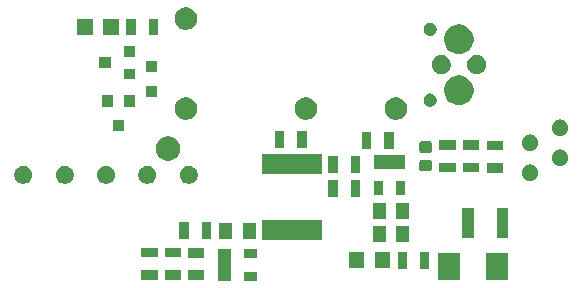
<source format=gts>
G04 #@! TF.GenerationSoftware,KiCad,Pcbnew,(5.1.4-0-10_14)*
G04 #@! TF.CreationDate,2020-01-14T22:25:27-05:00*
G04 #@! TF.ProjectId,IMD_LATCH,494d445f-4c41-4544-9348-2e6b69636164,1*
G04 #@! TF.SameCoordinates,Original*
G04 #@! TF.FileFunction,Soldermask,Top*
G04 #@! TF.FilePolarity,Negative*
%FSLAX46Y46*%
G04 Gerber Fmt 4.6, Leading zero omitted, Abs format (unit mm)*
G04 Created by KiCad (PCBNEW (5.1.4-0-10_14)) date 2020-01-14 22:25:27*
%MOMM*%
%LPD*%
G04 APERTURE LIST*
%ADD10C,0.100000*%
G04 APERTURE END LIST*
D10*
G36*
X137901200Y-131259700D02*
G01*
X136739200Y-131259700D01*
X136739200Y-130507700D01*
X137901200Y-130507700D01*
X137901200Y-131259700D01*
X137901200Y-131259700D01*
G37*
G36*
X135701200Y-131259700D02*
G01*
X134539200Y-131259700D01*
X134539200Y-128607700D01*
X135701200Y-128607700D01*
X135701200Y-131259700D01*
X135701200Y-131259700D01*
G37*
G36*
X159169300Y-131229300D02*
G01*
X157289300Y-131229300D01*
X157289300Y-128968300D01*
X159169300Y-128968300D01*
X159169300Y-131229300D01*
X159169300Y-131229300D01*
G37*
G36*
X155105300Y-131229300D02*
G01*
X153225300Y-131229300D01*
X153225300Y-128968300D01*
X155105300Y-128968300D01*
X155105300Y-131229300D01*
X155105300Y-131229300D01*
G37*
G36*
X133428700Y-131211000D02*
G01*
X132026700Y-131211000D01*
X132026700Y-130409000D01*
X133428700Y-130409000D01*
X133428700Y-131211000D01*
X133428700Y-131211000D01*
G37*
G36*
X131460200Y-131208500D02*
G01*
X130058200Y-131208500D01*
X130058200Y-130406500D01*
X131460200Y-130406500D01*
X131460200Y-131208500D01*
X131460200Y-131208500D01*
G37*
G36*
X129491700Y-131208500D02*
G01*
X128089700Y-131208500D01*
X128089700Y-130406500D01*
X129491700Y-130406500D01*
X129491700Y-131208500D01*
X129491700Y-131208500D01*
G37*
G36*
X152481000Y-130253700D02*
G01*
X151679000Y-130253700D01*
X151679000Y-128851700D01*
X152481000Y-128851700D01*
X152481000Y-130253700D01*
X152481000Y-130253700D01*
G37*
G36*
X150581000Y-130253700D02*
G01*
X149779000Y-130253700D01*
X149779000Y-128851700D01*
X150581000Y-128851700D01*
X150581000Y-130253700D01*
X150581000Y-130253700D01*
G37*
G36*
X149172600Y-130178300D02*
G01*
X147870600Y-130178300D01*
X147870600Y-128876300D01*
X149172600Y-128876300D01*
X149172600Y-130178300D01*
X149172600Y-130178300D01*
G37*
G36*
X146972600Y-130178300D02*
G01*
X145670600Y-130178300D01*
X145670600Y-128876300D01*
X146972600Y-128876300D01*
X146972600Y-130178300D01*
X146972600Y-130178300D01*
G37*
G36*
X137901200Y-129359700D02*
G01*
X136739200Y-129359700D01*
X136739200Y-128607700D01*
X137901200Y-128607700D01*
X137901200Y-129359700D01*
X137901200Y-129359700D01*
G37*
G36*
X133428700Y-129311000D02*
G01*
X132026700Y-129311000D01*
X132026700Y-128509000D01*
X133428700Y-128509000D01*
X133428700Y-129311000D01*
X133428700Y-129311000D01*
G37*
G36*
X131460200Y-129308500D02*
G01*
X130058200Y-129308500D01*
X130058200Y-128506500D01*
X131460200Y-128506500D01*
X131460200Y-129308500D01*
X131460200Y-129308500D01*
G37*
G36*
X129491700Y-129308500D02*
G01*
X128089700Y-129308500D01*
X128089700Y-128506500D01*
X129491700Y-128506500D01*
X129491700Y-129308500D01*
X129491700Y-129308500D01*
G37*
G36*
X148763300Y-127993500D02*
G01*
X147661300Y-127993500D01*
X147661300Y-126641500D01*
X148763300Y-126641500D01*
X148763300Y-127993500D01*
X148763300Y-127993500D01*
G37*
G36*
X150763300Y-127993500D02*
G01*
X149661300Y-127993500D01*
X149661300Y-126641500D01*
X150763300Y-126641500D01*
X150763300Y-127993500D01*
X150763300Y-127993500D01*
G37*
G36*
X143344000Y-127818900D02*
G01*
X138342000Y-127818900D01*
X138342000Y-126116900D01*
X143344000Y-126116900D01*
X143344000Y-127818900D01*
X143344000Y-127818900D01*
G37*
G36*
X132115200Y-127739100D02*
G01*
X131313200Y-127739100D01*
X131313200Y-126337100D01*
X132115200Y-126337100D01*
X132115200Y-127739100D01*
X132115200Y-127739100D01*
G37*
G36*
X134015200Y-127739100D02*
G01*
X133213200Y-127739100D01*
X133213200Y-126337100D01*
X134015200Y-126337100D01*
X134015200Y-127739100D01*
X134015200Y-127739100D01*
G37*
G36*
X135783900Y-127701400D02*
G01*
X134681900Y-127701400D01*
X134681900Y-126349400D01*
X135783900Y-126349400D01*
X135783900Y-127701400D01*
X135783900Y-127701400D01*
G37*
G36*
X137783900Y-127701400D02*
G01*
X136681900Y-127701400D01*
X136681900Y-126349400D01*
X137783900Y-126349400D01*
X137783900Y-127701400D01*
X137783900Y-127701400D01*
G37*
G36*
X159164300Y-127678700D02*
G01*
X158162300Y-127678700D01*
X158162300Y-125076700D01*
X159164300Y-125076700D01*
X159164300Y-127678700D01*
X159164300Y-127678700D01*
G37*
G36*
X156264300Y-127678700D02*
G01*
X155262300Y-127678700D01*
X155262300Y-125076700D01*
X156264300Y-125076700D01*
X156264300Y-127678700D01*
X156264300Y-127678700D01*
G37*
G36*
X148763300Y-126025000D02*
G01*
X147661300Y-126025000D01*
X147661300Y-124673000D01*
X148763300Y-124673000D01*
X148763300Y-126025000D01*
X148763300Y-126025000D01*
G37*
G36*
X150763300Y-126025000D02*
G01*
X149661300Y-126025000D01*
X149661300Y-124673000D01*
X150763300Y-124673000D01*
X150763300Y-126025000D01*
X150763300Y-126025000D01*
G37*
G36*
X144700900Y-124145000D02*
G01*
X143898900Y-124145000D01*
X143898900Y-122743000D01*
X144700900Y-122743000D01*
X144700900Y-124145000D01*
X144700900Y-124145000D01*
G37*
G36*
X146600900Y-124145000D02*
G01*
X145798900Y-124145000D01*
X145798900Y-122743000D01*
X146600900Y-122743000D01*
X146600900Y-124145000D01*
X146600900Y-124145000D01*
G37*
G36*
X148536700Y-123982000D02*
G01*
X147784700Y-123982000D01*
X147784700Y-122820000D01*
X148536700Y-122820000D01*
X148536700Y-123982000D01*
X148536700Y-123982000D01*
G37*
G36*
X150436700Y-123982000D02*
G01*
X149684700Y-123982000D01*
X149684700Y-122820000D01*
X150436700Y-122820000D01*
X150436700Y-123982000D01*
X150436700Y-123982000D01*
G37*
G36*
X125192025Y-121568299D02*
G01*
X125316221Y-121593002D01*
X125452622Y-121649501D01*
X125575379Y-121731525D01*
X125679775Y-121835921D01*
X125761799Y-121958678D01*
X125818298Y-122095079D01*
X125847100Y-122239881D01*
X125847100Y-122387519D01*
X125818298Y-122532321D01*
X125761799Y-122668722D01*
X125679775Y-122791479D01*
X125575379Y-122895875D01*
X125452622Y-122977899D01*
X125316221Y-123034398D01*
X125192025Y-123059101D01*
X125171420Y-123063200D01*
X125023780Y-123063200D01*
X125003175Y-123059101D01*
X124878979Y-123034398D01*
X124742578Y-122977899D01*
X124619821Y-122895875D01*
X124515425Y-122791479D01*
X124433401Y-122668722D01*
X124376902Y-122532321D01*
X124348100Y-122387519D01*
X124348100Y-122239881D01*
X124376902Y-122095079D01*
X124433401Y-121958678D01*
X124515425Y-121835921D01*
X124619821Y-121731525D01*
X124742578Y-121649501D01*
X124878979Y-121593002D01*
X125003175Y-121568299D01*
X125023780Y-121564200D01*
X125171420Y-121564200D01*
X125192025Y-121568299D01*
X125192025Y-121568299D01*
G37*
G36*
X132192025Y-121568299D02*
G01*
X132316221Y-121593002D01*
X132452622Y-121649501D01*
X132575379Y-121731525D01*
X132679775Y-121835921D01*
X132761799Y-121958678D01*
X132818298Y-122095079D01*
X132847100Y-122239881D01*
X132847100Y-122387519D01*
X132818298Y-122532321D01*
X132761799Y-122668722D01*
X132679775Y-122791479D01*
X132575379Y-122895875D01*
X132452622Y-122977899D01*
X132316221Y-123034398D01*
X132192025Y-123059101D01*
X132171420Y-123063200D01*
X132023780Y-123063200D01*
X132003175Y-123059101D01*
X131878979Y-123034398D01*
X131742578Y-122977899D01*
X131619821Y-122895875D01*
X131515425Y-122791479D01*
X131433401Y-122668722D01*
X131376902Y-122532321D01*
X131348100Y-122387519D01*
X131348100Y-122239881D01*
X131376902Y-122095079D01*
X131433401Y-121958678D01*
X131515425Y-121835921D01*
X131619821Y-121731525D01*
X131742578Y-121649501D01*
X131878979Y-121593002D01*
X132003175Y-121568299D01*
X132023780Y-121564200D01*
X132171420Y-121564200D01*
X132192025Y-121568299D01*
X132192025Y-121568299D01*
G37*
G36*
X118192025Y-121568299D02*
G01*
X118316221Y-121593002D01*
X118452622Y-121649501D01*
X118575379Y-121731525D01*
X118679775Y-121835921D01*
X118761799Y-121958678D01*
X118818298Y-122095079D01*
X118847100Y-122239881D01*
X118847100Y-122387519D01*
X118818298Y-122532321D01*
X118761799Y-122668722D01*
X118679775Y-122791479D01*
X118575379Y-122895875D01*
X118452622Y-122977899D01*
X118316221Y-123034398D01*
X118192025Y-123059101D01*
X118171420Y-123063200D01*
X118023780Y-123063200D01*
X118003175Y-123059101D01*
X117878979Y-123034398D01*
X117742578Y-122977899D01*
X117619821Y-122895875D01*
X117515425Y-122791479D01*
X117433401Y-122668722D01*
X117376902Y-122532321D01*
X117348100Y-122387519D01*
X117348100Y-122239881D01*
X117376902Y-122095079D01*
X117433401Y-121958678D01*
X117515425Y-121835921D01*
X117619821Y-121731525D01*
X117742578Y-121649501D01*
X117878979Y-121593002D01*
X118003175Y-121568299D01*
X118023780Y-121564200D01*
X118171420Y-121564200D01*
X118192025Y-121568299D01*
X118192025Y-121568299D01*
G37*
G36*
X121692025Y-121568299D02*
G01*
X121816221Y-121593002D01*
X121952622Y-121649501D01*
X122075379Y-121731525D01*
X122179775Y-121835921D01*
X122261799Y-121958678D01*
X122318298Y-122095079D01*
X122347100Y-122239881D01*
X122347100Y-122387519D01*
X122318298Y-122532321D01*
X122261799Y-122668722D01*
X122179775Y-122791479D01*
X122075379Y-122895875D01*
X121952622Y-122977899D01*
X121816221Y-123034398D01*
X121692025Y-123059101D01*
X121671420Y-123063200D01*
X121523780Y-123063200D01*
X121503175Y-123059101D01*
X121378979Y-123034398D01*
X121242578Y-122977899D01*
X121119821Y-122895875D01*
X121015425Y-122791479D01*
X120933401Y-122668722D01*
X120876902Y-122532321D01*
X120848100Y-122387519D01*
X120848100Y-122239881D01*
X120876902Y-122095079D01*
X120933401Y-121958678D01*
X121015425Y-121835921D01*
X121119821Y-121731525D01*
X121242578Y-121649501D01*
X121378979Y-121593002D01*
X121503175Y-121568299D01*
X121523780Y-121564200D01*
X121671420Y-121564200D01*
X121692025Y-121568299D01*
X121692025Y-121568299D01*
G37*
G36*
X128692025Y-121568299D02*
G01*
X128816221Y-121593002D01*
X128952622Y-121649501D01*
X129075379Y-121731525D01*
X129179775Y-121835921D01*
X129261799Y-121958678D01*
X129318298Y-122095079D01*
X129347100Y-122239881D01*
X129347100Y-122387519D01*
X129318298Y-122532321D01*
X129261799Y-122668722D01*
X129179775Y-122791479D01*
X129075379Y-122895875D01*
X128952622Y-122977899D01*
X128816221Y-123034398D01*
X128692025Y-123059101D01*
X128671420Y-123063200D01*
X128523780Y-123063200D01*
X128503175Y-123059101D01*
X128378979Y-123034398D01*
X128242578Y-122977899D01*
X128119821Y-122895875D01*
X128015425Y-122791479D01*
X127933401Y-122668722D01*
X127876902Y-122532321D01*
X127848100Y-122387519D01*
X127848100Y-122239881D01*
X127876902Y-122095079D01*
X127933401Y-121958678D01*
X128015425Y-121835921D01*
X128119821Y-121731525D01*
X128242578Y-121649501D01*
X128378979Y-121593002D01*
X128503175Y-121568299D01*
X128523780Y-121564200D01*
X128671420Y-121564200D01*
X128692025Y-121568299D01*
X128692025Y-121568299D01*
G37*
G36*
X161202373Y-121449138D02*
G01*
X161329949Y-121501982D01*
X161444759Y-121578695D01*
X161542405Y-121676341D01*
X161619118Y-121791151D01*
X161671962Y-121918727D01*
X161698900Y-122054156D01*
X161698900Y-122192244D01*
X161671962Y-122327673D01*
X161619118Y-122455249D01*
X161542405Y-122570059D01*
X161444759Y-122667705D01*
X161329949Y-122744418D01*
X161202373Y-122797262D01*
X161066944Y-122824200D01*
X160928856Y-122824200D01*
X160793427Y-122797262D01*
X160665851Y-122744418D01*
X160551041Y-122667705D01*
X160453395Y-122570059D01*
X160376682Y-122455249D01*
X160323838Y-122327673D01*
X160296900Y-122192244D01*
X160296900Y-122054156D01*
X160323838Y-121918727D01*
X160376682Y-121791151D01*
X160453395Y-121676341D01*
X160551041Y-121578695D01*
X160665851Y-121501982D01*
X160793427Y-121449138D01*
X160928856Y-121422200D01*
X161066944Y-121422200D01*
X161202373Y-121449138D01*
X161202373Y-121449138D01*
G37*
G36*
X143344000Y-122218900D02*
G01*
X138342000Y-122218900D01*
X138342000Y-120516900D01*
X143344000Y-120516900D01*
X143344000Y-122218900D01*
X143344000Y-122218900D01*
G37*
G36*
X146600900Y-122144750D02*
G01*
X145798900Y-122144750D01*
X145798900Y-120742750D01*
X146600900Y-120742750D01*
X146600900Y-122144750D01*
X146600900Y-122144750D01*
G37*
G36*
X144700900Y-122144750D02*
G01*
X143898900Y-122144750D01*
X143898900Y-120742750D01*
X144700900Y-120742750D01*
X144700900Y-122144750D01*
X144700900Y-122144750D01*
G37*
G36*
X158727100Y-122115300D02*
G01*
X157325100Y-122115300D01*
X157325100Y-121313300D01*
X158727100Y-121313300D01*
X158727100Y-122115300D01*
X158727100Y-122115300D01*
G37*
G36*
X156695100Y-122102600D02*
G01*
X155293100Y-122102600D01*
X155293100Y-121300600D01*
X156695100Y-121300600D01*
X156695100Y-122102600D01*
X156695100Y-122102600D01*
G37*
G36*
X154726600Y-122102600D02*
G01*
X153324600Y-122102600D01*
X153324600Y-121300600D01*
X154726600Y-121300600D01*
X154726600Y-122102600D01*
X154726600Y-122102600D01*
G37*
G36*
X152538291Y-121041885D02*
G01*
X152572269Y-121052193D01*
X152603590Y-121068934D01*
X152631039Y-121091461D01*
X152653566Y-121118910D01*
X152670307Y-121150231D01*
X152680615Y-121184209D01*
X152684700Y-121225690D01*
X152684700Y-121826910D01*
X152680615Y-121868391D01*
X152670307Y-121902369D01*
X152653566Y-121933690D01*
X152631039Y-121961139D01*
X152603590Y-121983666D01*
X152572269Y-122000407D01*
X152538291Y-122010715D01*
X152496810Y-122014800D01*
X151820590Y-122014800D01*
X151779109Y-122010715D01*
X151745131Y-122000407D01*
X151713810Y-121983666D01*
X151686361Y-121961139D01*
X151663834Y-121933690D01*
X151647093Y-121902369D01*
X151636785Y-121868391D01*
X151632700Y-121826910D01*
X151632700Y-121225690D01*
X151636785Y-121184209D01*
X151647093Y-121150231D01*
X151663834Y-121118910D01*
X151686361Y-121091461D01*
X151713810Y-121068934D01*
X151745131Y-121052193D01*
X151779109Y-121041885D01*
X151820590Y-121037800D01*
X152496810Y-121037800D01*
X152538291Y-121041885D01*
X152538291Y-121041885D01*
G37*
G36*
X150436700Y-121782000D02*
G01*
X147784700Y-121782000D01*
X147784700Y-120620000D01*
X150436700Y-120620000D01*
X150436700Y-121782000D01*
X150436700Y-121782000D01*
G37*
G36*
X163742373Y-120179138D02*
G01*
X163869949Y-120231982D01*
X163984759Y-120308695D01*
X164082405Y-120406341D01*
X164159118Y-120521151D01*
X164211962Y-120648727D01*
X164238900Y-120784156D01*
X164238900Y-120922244D01*
X164211962Y-121057673D01*
X164159118Y-121185249D01*
X164082405Y-121300059D01*
X163984759Y-121397705D01*
X163869949Y-121474418D01*
X163742373Y-121527262D01*
X163606944Y-121554200D01*
X163468856Y-121554200D01*
X163333427Y-121527262D01*
X163205851Y-121474418D01*
X163091041Y-121397705D01*
X162993395Y-121300059D01*
X162916682Y-121185249D01*
X162863838Y-121057673D01*
X162836900Y-120922244D01*
X162836900Y-120784156D01*
X162863838Y-120648727D01*
X162916682Y-120521151D01*
X162993395Y-120406341D01*
X163091041Y-120308695D01*
X163205851Y-120231982D01*
X163333427Y-120179138D01*
X163468856Y-120152200D01*
X163606944Y-120152200D01*
X163742373Y-120179138D01*
X163742373Y-120179138D01*
G37*
G36*
X130651393Y-119082224D02*
G01*
X130840933Y-119160734D01*
X130840935Y-119160735D01*
X131011517Y-119274714D01*
X131156586Y-119419783D01*
X131233130Y-119534339D01*
X131270566Y-119590367D01*
X131349076Y-119779907D01*
X131389100Y-119981120D01*
X131389100Y-120186280D01*
X131349076Y-120387493D01*
X131270566Y-120577033D01*
X131270565Y-120577035D01*
X131156586Y-120747617D01*
X131011517Y-120892686D01*
X130840935Y-121006665D01*
X130840934Y-121006666D01*
X130840933Y-121006666D01*
X130651393Y-121085176D01*
X130450180Y-121125200D01*
X130245020Y-121125200D01*
X130043807Y-121085176D01*
X129854267Y-121006666D01*
X129854266Y-121006666D01*
X129854265Y-121006665D01*
X129683683Y-120892686D01*
X129538614Y-120747617D01*
X129424635Y-120577035D01*
X129424634Y-120577033D01*
X129346124Y-120387493D01*
X129306100Y-120186280D01*
X129306100Y-119981120D01*
X129346124Y-119779907D01*
X129424634Y-119590367D01*
X129462071Y-119534339D01*
X129538614Y-119419783D01*
X129683683Y-119274714D01*
X129854265Y-119160735D01*
X129854267Y-119160734D01*
X130043807Y-119082224D01*
X130245020Y-119042200D01*
X130450180Y-119042200D01*
X130651393Y-119082224D01*
X130651393Y-119082224D01*
G37*
G36*
X152538291Y-119466885D02*
G01*
X152572269Y-119477193D01*
X152603590Y-119493934D01*
X152631039Y-119516461D01*
X152653566Y-119543910D01*
X152670307Y-119575231D01*
X152680615Y-119609209D01*
X152684700Y-119650690D01*
X152684700Y-120251910D01*
X152680615Y-120293391D01*
X152670307Y-120327369D01*
X152653566Y-120358690D01*
X152631039Y-120386139D01*
X152603590Y-120408666D01*
X152572269Y-120425407D01*
X152538291Y-120435715D01*
X152496810Y-120439800D01*
X151820590Y-120439800D01*
X151779109Y-120435715D01*
X151745131Y-120425407D01*
X151713810Y-120408666D01*
X151686361Y-120386139D01*
X151663834Y-120358690D01*
X151647093Y-120327369D01*
X151636785Y-120293391D01*
X151632700Y-120251910D01*
X151632700Y-119650690D01*
X151636785Y-119609209D01*
X151647093Y-119575231D01*
X151663834Y-119543910D01*
X151686361Y-119516461D01*
X151713810Y-119493934D01*
X151745131Y-119477193D01*
X151779109Y-119466885D01*
X151820590Y-119462800D01*
X152496810Y-119462800D01*
X152538291Y-119466885D01*
X152538291Y-119466885D01*
G37*
G36*
X161202373Y-118909138D02*
G01*
X161329949Y-118961982D01*
X161444759Y-119038695D01*
X161542405Y-119136341D01*
X161619118Y-119251151D01*
X161671962Y-119378727D01*
X161698900Y-119514156D01*
X161698900Y-119652244D01*
X161671962Y-119787673D01*
X161619118Y-119915249D01*
X161542405Y-120030059D01*
X161444759Y-120127705D01*
X161329949Y-120204418D01*
X161202373Y-120257262D01*
X161066944Y-120284200D01*
X160928856Y-120284200D01*
X160793427Y-120257262D01*
X160665851Y-120204418D01*
X160551041Y-120127705D01*
X160453395Y-120030059D01*
X160376682Y-119915249D01*
X160323838Y-119787673D01*
X160296900Y-119652244D01*
X160296900Y-119514156D01*
X160323838Y-119378727D01*
X160376682Y-119251151D01*
X160453395Y-119136341D01*
X160551041Y-119038695D01*
X160665851Y-118961982D01*
X160793427Y-118909138D01*
X160928856Y-118882200D01*
X161066944Y-118882200D01*
X161202373Y-118909138D01*
X161202373Y-118909138D01*
G37*
G36*
X158727100Y-120215300D02*
G01*
X157325100Y-120215300D01*
X157325100Y-119413300D01*
X158727100Y-119413300D01*
X158727100Y-120215300D01*
X158727100Y-120215300D01*
G37*
G36*
X156695100Y-120202600D02*
G01*
X155293100Y-120202600D01*
X155293100Y-119400600D01*
X156695100Y-119400600D01*
X156695100Y-120202600D01*
X156695100Y-120202600D01*
G37*
G36*
X154726600Y-120202600D02*
G01*
X153324600Y-120202600D01*
X153324600Y-119400600D01*
X154726600Y-119400600D01*
X154726600Y-120202600D01*
X154726600Y-120202600D01*
G37*
G36*
X147545700Y-120081000D02*
G01*
X146743700Y-120081000D01*
X146743700Y-118679000D01*
X147545700Y-118679000D01*
X147545700Y-120081000D01*
X147545700Y-120081000D01*
G37*
G36*
X149445700Y-120081000D02*
G01*
X148643700Y-120081000D01*
X148643700Y-118679000D01*
X149445700Y-118679000D01*
X149445700Y-120081000D01*
X149445700Y-120081000D01*
G37*
G36*
X142092400Y-120030200D02*
G01*
X141290400Y-120030200D01*
X141290400Y-118628200D01*
X142092400Y-118628200D01*
X142092400Y-120030200D01*
X142092400Y-120030200D01*
G37*
G36*
X140192400Y-120030200D02*
G01*
X139390400Y-120030200D01*
X139390400Y-118628200D01*
X140192400Y-118628200D01*
X140192400Y-120030200D01*
X140192400Y-120030200D01*
G37*
G36*
X163742373Y-117639138D02*
G01*
X163869949Y-117691982D01*
X163984759Y-117768695D01*
X164082405Y-117866341D01*
X164159118Y-117981151D01*
X164211962Y-118108727D01*
X164238900Y-118244156D01*
X164238900Y-118382244D01*
X164211962Y-118517673D01*
X164159118Y-118645249D01*
X164082405Y-118760059D01*
X163984759Y-118857705D01*
X163869949Y-118934418D01*
X163742373Y-118987262D01*
X163606944Y-119014200D01*
X163468856Y-119014200D01*
X163333427Y-118987262D01*
X163205851Y-118934418D01*
X163091041Y-118857705D01*
X162993395Y-118760059D01*
X162916682Y-118645249D01*
X162863838Y-118517673D01*
X162836900Y-118382244D01*
X162836900Y-118244156D01*
X162863838Y-118108727D01*
X162916682Y-117981151D01*
X162993395Y-117866341D01*
X163091041Y-117768695D01*
X163205851Y-117691982D01*
X163333427Y-117639138D01*
X163468856Y-117612200D01*
X163606944Y-117612200D01*
X163742373Y-117639138D01*
X163742373Y-117639138D01*
G37*
G36*
X126600100Y-118632300D02*
G01*
X125698100Y-118632300D01*
X125698100Y-117630300D01*
X126600100Y-117630300D01*
X126600100Y-118632300D01*
X126600100Y-118632300D01*
G37*
G36*
X149908795Y-115785846D02*
G01*
X150081866Y-115857534D01*
X150081867Y-115857535D01*
X150237627Y-115961610D01*
X150370090Y-116094073D01*
X150370091Y-116094075D01*
X150474166Y-116249834D01*
X150545854Y-116422905D01*
X150582400Y-116606633D01*
X150582400Y-116793967D01*
X150545854Y-116977695D01*
X150474166Y-117150766D01*
X150474165Y-117150767D01*
X150370090Y-117306527D01*
X150237627Y-117438990D01*
X150159218Y-117491381D01*
X150081866Y-117543066D01*
X149908795Y-117614754D01*
X149725067Y-117651300D01*
X149537733Y-117651300D01*
X149354005Y-117614754D01*
X149180934Y-117543066D01*
X149103582Y-117491381D01*
X149025173Y-117438990D01*
X148892710Y-117306527D01*
X148788635Y-117150767D01*
X148788634Y-117150766D01*
X148716946Y-116977695D01*
X148680400Y-116793967D01*
X148680400Y-116606633D01*
X148716946Y-116422905D01*
X148788634Y-116249834D01*
X148892709Y-116094075D01*
X148892710Y-116094073D01*
X149025173Y-115961610D01*
X149180933Y-115857535D01*
X149180934Y-115857534D01*
X149354005Y-115785846D01*
X149537733Y-115749300D01*
X149725067Y-115749300D01*
X149908795Y-115785846D01*
X149908795Y-115785846D01*
G37*
G36*
X142288795Y-115785846D02*
G01*
X142461866Y-115857534D01*
X142461867Y-115857535D01*
X142617627Y-115961610D01*
X142750090Y-116094073D01*
X142750091Y-116094075D01*
X142854166Y-116249834D01*
X142925854Y-116422905D01*
X142962400Y-116606633D01*
X142962400Y-116793967D01*
X142925854Y-116977695D01*
X142854166Y-117150766D01*
X142854165Y-117150767D01*
X142750090Y-117306527D01*
X142617627Y-117438990D01*
X142539218Y-117491381D01*
X142461866Y-117543066D01*
X142288795Y-117614754D01*
X142105067Y-117651300D01*
X141917733Y-117651300D01*
X141734005Y-117614754D01*
X141560934Y-117543066D01*
X141483582Y-117491381D01*
X141405173Y-117438990D01*
X141272710Y-117306527D01*
X141168635Y-117150767D01*
X141168634Y-117150766D01*
X141096946Y-116977695D01*
X141060400Y-116793967D01*
X141060400Y-116606633D01*
X141096946Y-116422905D01*
X141168634Y-116249834D01*
X141272709Y-116094075D01*
X141272710Y-116094073D01*
X141405173Y-115961610D01*
X141560933Y-115857535D01*
X141560934Y-115857534D01*
X141734005Y-115785846D01*
X141917733Y-115749300D01*
X142105067Y-115749300D01*
X142288795Y-115785846D01*
X142288795Y-115785846D01*
G37*
G36*
X132128795Y-115785846D02*
G01*
X132301866Y-115857534D01*
X132301867Y-115857535D01*
X132457627Y-115961610D01*
X132590090Y-116094073D01*
X132590091Y-116094075D01*
X132694166Y-116249834D01*
X132765854Y-116422905D01*
X132802400Y-116606633D01*
X132802400Y-116793967D01*
X132765854Y-116977695D01*
X132694166Y-117150766D01*
X132694165Y-117150767D01*
X132590090Y-117306527D01*
X132457627Y-117438990D01*
X132379218Y-117491381D01*
X132301866Y-117543066D01*
X132128795Y-117614754D01*
X131945067Y-117651300D01*
X131757733Y-117651300D01*
X131574005Y-117614754D01*
X131400934Y-117543066D01*
X131323582Y-117491381D01*
X131245173Y-117438990D01*
X131112710Y-117306527D01*
X131008635Y-117150767D01*
X131008634Y-117150766D01*
X130936946Y-116977695D01*
X130900400Y-116793967D01*
X130900400Y-116606633D01*
X130936946Y-116422905D01*
X131008634Y-116249834D01*
X131112709Y-116094075D01*
X131112710Y-116094073D01*
X131245173Y-115961610D01*
X131400933Y-115857535D01*
X131400934Y-115857534D01*
X131574005Y-115785846D01*
X131757733Y-115749300D01*
X131945067Y-115749300D01*
X132128795Y-115785846D01*
X132128795Y-115785846D01*
G37*
G36*
X152702751Y-115438880D02*
G01*
X152753620Y-115459951D01*
X152804486Y-115481020D01*
X152896042Y-115542196D01*
X152973904Y-115620058D01*
X153035080Y-115711614D01*
X153044289Y-115733848D01*
X153077220Y-115813349D01*
X153098700Y-115921341D01*
X153098700Y-116031459D01*
X153077220Y-116139451D01*
X153056149Y-116190320D01*
X153035080Y-116241186D01*
X152973904Y-116332742D01*
X152896042Y-116410604D01*
X152804486Y-116471780D01*
X152753620Y-116492849D01*
X152702751Y-116513920D01*
X152594759Y-116535400D01*
X152484641Y-116535400D01*
X152376649Y-116513920D01*
X152325780Y-116492849D01*
X152274914Y-116471780D01*
X152183358Y-116410604D01*
X152105496Y-116332742D01*
X152044320Y-116241186D01*
X152023251Y-116190320D01*
X152002180Y-116139451D01*
X151980700Y-116031459D01*
X151980700Y-115921341D01*
X152002180Y-115813349D01*
X152035111Y-115733848D01*
X152044320Y-115711614D01*
X152105496Y-115620058D01*
X152183358Y-115542196D01*
X152274914Y-115481020D01*
X152325780Y-115459951D01*
X152376649Y-115438880D01*
X152484641Y-115417400D01*
X152594759Y-115417400D01*
X152702751Y-115438880D01*
X152702751Y-115438880D01*
G37*
G36*
X127550100Y-116532300D02*
G01*
X126648100Y-116532300D01*
X126648100Y-115530300D01*
X127550100Y-115530300D01*
X127550100Y-116532300D01*
X127550100Y-116532300D01*
G37*
G36*
X125650100Y-116532300D02*
G01*
X124748100Y-116532300D01*
X124748100Y-115530300D01*
X125650100Y-115530300D01*
X125650100Y-116532300D01*
X125650100Y-116532300D01*
G37*
G36*
X155223426Y-113904862D02*
G01*
X155344899Y-113929025D01*
X155573750Y-114023818D01*
X155779710Y-114161436D01*
X155954864Y-114336590D01*
X156092482Y-114542550D01*
X156187275Y-114771401D01*
X156235600Y-115014347D01*
X156235600Y-115262053D01*
X156187275Y-115504999D01*
X156092482Y-115733850D01*
X155954864Y-115939810D01*
X155779710Y-116114964D01*
X155573750Y-116252582D01*
X155344899Y-116347375D01*
X155223426Y-116371538D01*
X155101954Y-116395700D01*
X154854246Y-116395700D01*
X154732774Y-116371538D01*
X154611301Y-116347375D01*
X154382450Y-116252582D01*
X154176490Y-116114964D01*
X154001336Y-115939810D01*
X153863718Y-115733850D01*
X153768925Y-115504999D01*
X153720600Y-115262053D01*
X153720600Y-115014347D01*
X153768925Y-114771401D01*
X153863718Y-114542550D01*
X154001336Y-114336590D01*
X154176490Y-114161436D01*
X154382450Y-114023818D01*
X154611301Y-113929025D01*
X154732774Y-113904862D01*
X154854246Y-113880700D01*
X155101954Y-113880700D01*
X155223426Y-113904862D01*
X155223426Y-113904862D01*
G37*
G36*
X129456800Y-115699400D02*
G01*
X128454800Y-115699400D01*
X128454800Y-114797400D01*
X129456800Y-114797400D01*
X129456800Y-115699400D01*
X129456800Y-115699400D01*
G37*
G36*
X127585800Y-114215100D02*
G01*
X126583800Y-114215100D01*
X126583800Y-113313100D01*
X127585800Y-113313100D01*
X127585800Y-114215100D01*
X127585800Y-114215100D01*
G37*
G36*
X153716642Y-112197442D02*
G01*
X153864601Y-112258729D01*
X153997755Y-112347699D01*
X154111001Y-112460945D01*
X154199971Y-112594099D01*
X154261258Y-112742058D01*
X154292500Y-112899125D01*
X154292500Y-113059275D01*
X154261258Y-113216342D01*
X154199971Y-113364301D01*
X154111001Y-113497455D01*
X153997755Y-113610701D01*
X153864601Y-113699671D01*
X153716642Y-113760958D01*
X153559575Y-113792200D01*
X153399425Y-113792200D01*
X153242358Y-113760958D01*
X153094399Y-113699671D01*
X152961245Y-113610701D01*
X152847999Y-113497455D01*
X152759029Y-113364301D01*
X152697742Y-113216342D01*
X152666500Y-113059275D01*
X152666500Y-112899125D01*
X152697742Y-112742058D01*
X152759029Y-112594099D01*
X152847999Y-112460945D01*
X152961245Y-112347699D01*
X153094399Y-112258729D01*
X153242358Y-112197442D01*
X153399425Y-112166200D01*
X153559575Y-112166200D01*
X153716642Y-112197442D01*
X153716642Y-112197442D01*
G37*
G36*
X156713842Y-112197442D02*
G01*
X156861801Y-112258729D01*
X156994955Y-112347699D01*
X157108201Y-112460945D01*
X157197171Y-112594099D01*
X157258458Y-112742058D01*
X157289700Y-112899125D01*
X157289700Y-113059275D01*
X157258458Y-113216342D01*
X157197171Y-113364301D01*
X157108201Y-113497455D01*
X156994955Y-113610701D01*
X156861801Y-113699671D01*
X156713842Y-113760958D01*
X156556775Y-113792200D01*
X156396625Y-113792200D01*
X156239558Y-113760958D01*
X156091599Y-113699671D01*
X155958445Y-113610701D01*
X155845199Y-113497455D01*
X155756229Y-113364301D01*
X155694942Y-113216342D01*
X155663700Y-113059275D01*
X155663700Y-112899125D01*
X155694942Y-112742058D01*
X155756229Y-112594099D01*
X155845199Y-112460945D01*
X155958445Y-112347699D01*
X156091599Y-112258729D01*
X156239558Y-112197442D01*
X156396625Y-112166200D01*
X156556775Y-112166200D01*
X156713842Y-112197442D01*
X156713842Y-112197442D01*
G37*
G36*
X129456800Y-113599400D02*
G01*
X128454800Y-113599400D01*
X128454800Y-112697400D01*
X129456800Y-112697400D01*
X129456800Y-113599400D01*
X129456800Y-113599400D01*
G37*
G36*
X125485800Y-113265100D02*
G01*
X124483800Y-113265100D01*
X124483800Y-112363100D01*
X125485800Y-112363100D01*
X125485800Y-113265100D01*
X125485800Y-113265100D01*
G37*
G36*
X127585800Y-112315100D02*
G01*
X126583800Y-112315100D01*
X126583800Y-111413100D01*
X127585800Y-111413100D01*
X127585800Y-112315100D01*
X127585800Y-112315100D01*
G37*
G36*
X155223426Y-109586862D02*
G01*
X155344899Y-109611025D01*
X155573750Y-109705818D01*
X155779710Y-109843436D01*
X155954864Y-110018590D01*
X156092482Y-110224550D01*
X156187275Y-110453401D01*
X156235600Y-110696347D01*
X156235600Y-110944053D01*
X156187275Y-111186999D01*
X156092482Y-111415850D01*
X155954864Y-111621810D01*
X155779710Y-111796964D01*
X155573750Y-111934582D01*
X155344899Y-112029375D01*
X155223426Y-112053537D01*
X155101954Y-112077700D01*
X154854246Y-112077700D01*
X154732774Y-112053537D01*
X154611301Y-112029375D01*
X154382450Y-111934582D01*
X154176490Y-111796964D01*
X154001336Y-111621810D01*
X153863718Y-111415850D01*
X153768925Y-111186999D01*
X153720600Y-110944053D01*
X153720600Y-110696347D01*
X153768925Y-110453401D01*
X153863718Y-110224550D01*
X154001336Y-110018590D01*
X154176490Y-109843436D01*
X154382450Y-109705818D01*
X154611301Y-109611025D01*
X154732774Y-109586862D01*
X154854246Y-109562700D01*
X155101954Y-109562700D01*
X155223426Y-109586862D01*
X155223426Y-109586862D01*
G37*
G36*
X152702751Y-109444480D02*
G01*
X152753620Y-109465551D01*
X152804486Y-109486620D01*
X152896042Y-109547796D01*
X152973904Y-109625658D01*
X153035080Y-109717214D01*
X153056149Y-109768080D01*
X153077220Y-109818949D01*
X153098700Y-109926941D01*
X153098700Y-110037059D01*
X153077220Y-110145051D01*
X153056149Y-110195920D01*
X153035080Y-110246786D01*
X152973904Y-110338342D01*
X152896042Y-110416204D01*
X152804486Y-110477380D01*
X152753620Y-110498449D01*
X152702751Y-110519520D01*
X152594759Y-110541000D01*
X152484641Y-110541000D01*
X152376649Y-110519520D01*
X152325780Y-110498449D01*
X152274914Y-110477380D01*
X152183358Y-110416204D01*
X152105496Y-110338342D01*
X152044320Y-110246786D01*
X152023251Y-110195920D01*
X152002180Y-110145051D01*
X151980700Y-110037059D01*
X151980700Y-109926941D01*
X152002180Y-109818949D01*
X152023251Y-109768080D01*
X152044320Y-109717214D01*
X152105496Y-109625658D01*
X152183358Y-109547796D01*
X152274914Y-109486620D01*
X152325780Y-109465551D01*
X152376649Y-109444480D01*
X152484641Y-109423000D01*
X152594759Y-109423000D01*
X152702751Y-109444480D01*
X152702751Y-109444480D01*
G37*
G36*
X129506700Y-110479800D02*
G01*
X128704700Y-110479800D01*
X128704700Y-109077800D01*
X129506700Y-109077800D01*
X129506700Y-110479800D01*
X129506700Y-110479800D01*
G37*
G36*
X127606700Y-110479800D02*
G01*
X126804700Y-110479800D01*
X126804700Y-109077800D01*
X127606700Y-109077800D01*
X127606700Y-110479800D01*
X127606700Y-110479800D01*
G37*
G36*
X126160200Y-110455200D02*
G01*
X124858200Y-110455200D01*
X124858200Y-109153200D01*
X126160200Y-109153200D01*
X126160200Y-110455200D01*
X126160200Y-110455200D01*
G37*
G36*
X123960200Y-110455200D02*
G01*
X122658200Y-110455200D01*
X122658200Y-109153200D01*
X123960200Y-109153200D01*
X123960200Y-110455200D01*
X123960200Y-110455200D01*
G37*
G36*
X132128795Y-108165846D02*
G01*
X132301866Y-108237534D01*
X132301867Y-108237535D01*
X132457627Y-108341610D01*
X132590090Y-108474073D01*
X132590091Y-108474075D01*
X132694166Y-108629834D01*
X132765854Y-108802905D01*
X132802400Y-108986633D01*
X132802400Y-109173967D01*
X132765854Y-109357695D01*
X132694166Y-109530766D01*
X132694165Y-109530767D01*
X132590090Y-109686527D01*
X132457627Y-109818990D01*
X132421041Y-109843436D01*
X132301866Y-109923066D01*
X132128795Y-109994754D01*
X131945067Y-110031300D01*
X131757733Y-110031300D01*
X131574005Y-109994754D01*
X131400934Y-109923066D01*
X131281759Y-109843436D01*
X131245173Y-109818990D01*
X131112710Y-109686527D01*
X131008635Y-109530767D01*
X131008634Y-109530766D01*
X130936946Y-109357695D01*
X130900400Y-109173967D01*
X130900400Y-108986633D01*
X130936946Y-108802905D01*
X131008634Y-108629834D01*
X131112709Y-108474075D01*
X131112710Y-108474073D01*
X131245173Y-108341610D01*
X131400933Y-108237535D01*
X131400934Y-108237534D01*
X131574005Y-108165846D01*
X131757733Y-108129300D01*
X131945067Y-108129300D01*
X132128795Y-108165846D01*
X132128795Y-108165846D01*
G37*
M02*

</source>
